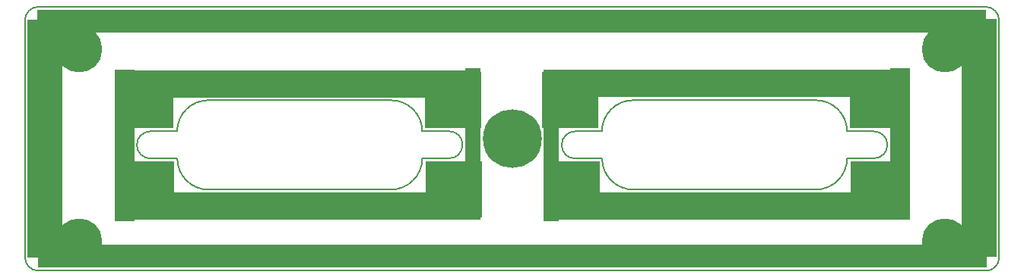
<source format=gbr>
%FSLAX36Y36*%
%MOMM*%
G04 EasyPC Gerber Version 18.0.8 Build 3632 *
%ADD78R,1.66000X16.91000*%
%ADD77R,2.16000X16.91000*%
%ADD27R,3.91000X26.66000*%
%ADD11C,0.12700*%
%ADD13C,5.16000*%
%ADD14C,6.56000*%
%ADD23R,105.66000X2.66000*%
%ADD75R,39.36000X3.16000*%
%ADD76R,6.36000X6.36000*%
X0Y0D02*
D02*
D11*
X26087500Y45512700D02*
G75*
G03X24587500Y44012700J-1500000D01*
G01*
Y17512700*
G75*
G03X26087500Y16012700I1500000*
G01*
X131587500*
G75*
G03X133087500Y17512700J1500000*
G01*
Y44012700*
G75*
G03X131587500Y45512700I-1500000*
G01*
X26087500*
X45016500Y35077700D02*
G75*
G03X41532100Y31593300J-3484400D01*
G01*
X38537500*
G75*
G03X37049500Y30105300J-1488000*
G01*
Y30055700*
G75*
G03X38531300Y28573900I1481800*
G01*
X41550700*
Y28561500*
G75*
G03X45022700Y25089500I3472000*
G01*
X65340100*
G75*
G03X68836900Y28586300J3496800*
G01*
X71843900*
G75*
G03X73325700Y30068100J1481800*
G01*
Y30123900*
G75*
G03X71850100Y31599500I-1475600*
G01*
X68836900*
G75*
G03X65358700Y35077700I-3478200*
G01*
X45016500*
X92328700D02*
G75*
G03X88844300Y31593300J-3484400D01*
G01*
X85849700*
G75*
G03X84361700Y30105300J-1488000*
G01*
Y30055700*
G75*
G03X85843500Y28573900I1481800*
G01*
X88862900*
Y28561500*
G75*
G03X92334900Y25089500I3472000*
G01*
X112652300*
G75*
G03X116149100Y28586300J3496800*
G01*
X119156100*
G75*
G03X120637900Y30068100J1481800*
G01*
Y30123900*
G75*
G03X119162300Y31599500I-1475600*
G01*
X116149100*
G75*
G03X112670900Y35077700I-3478200*
G01*
X92328700*
D02*
D13*
X30587500Y19262700D03*
Y40762700D03*
X127087500Y19262700D03*
Y40762700D03*
D02*
D14*
X78837500Y30762700D03*
D02*
D23*
X78812500Y43912700D03*
X78862500Y17662700D03*
D02*
D27*
X26787500Y30787700D03*
X130887500Y30837700D03*
D02*
D75*
X54962500Y36912700D03*
X55512500Y23237700D03*
X102162500Y36962700D03*
X102712500Y23287700D03*
D02*
D76*
X37962500Y35062700D03*
X38087500Y25087700D03*
X72237500Y35062700D03*
X72362500Y25087700D03*
X85312500Y35112700D03*
X85437500Y25137700D03*
X119587500Y35112700D03*
X119712500Y25137700D03*
D02*
D77*
X35687500Y30012700D03*
X122037500Y30187700D03*
D02*
D78*
X74487500D03*
X83187500Y30012700D03*
X0Y0D02*
M02*

</source>
